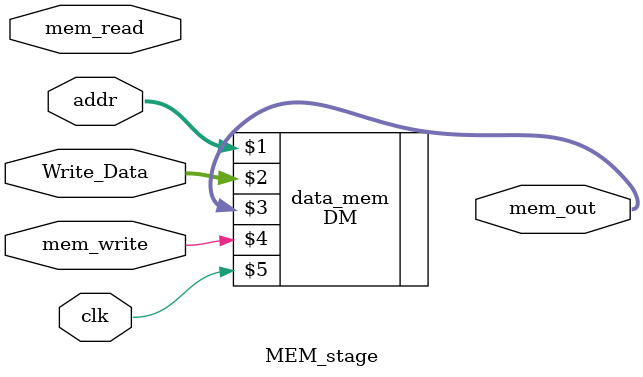
<source format=v>


module MEM_stage(addr, Write_Data, mem_write, mem_read, mem_out, clk);
	
    input [31:0] addr, Write_Data;
	input clk, mem_write, mem_read;
	
	output [31:0] mem_out;
	
    DM data_mem(addr, Write_Data, mem_out, mem_write, clk);
	
endmodule
</source>
